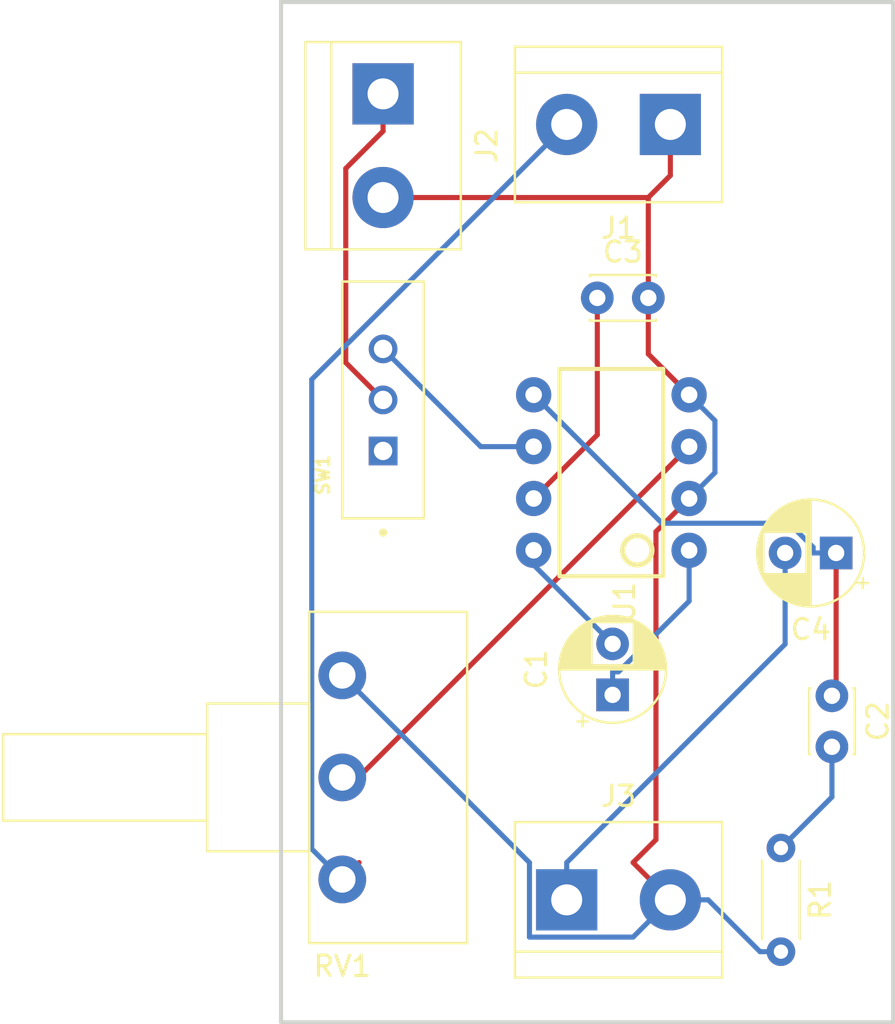
<source format=kicad_pcb>
(kicad_pcb (version 20221018) (generator pcbnew)
  (layers (0 "F.Cu" signal) (31 "B.Cu" signal) (34 "B.Paste" user) (35 "F.Paste" user) (36 "B.SilkS" user "B.Silkscreen") (37 "F.SilkS" user "F.Silkscreen") (38 "B.Mask" user) (39 "F.Mask" user) (44 "Edge.Cuts" user))
  (net 0 "")
  (net 1 "Net-(C1-Pad1)")
  (net 2 "Net-(C1-Pad2)")
  (net 3 "Net-(C2-Pad1)")
  (net 4 "Net-(C2-Pad2)")
  (net 5 "Net-(U1-BYPASS)")
  (net 6 "GND")
  (net 7 "Net-(J3-Pin_1)")
  (net 8 "Net-(J1-Pin_2)")
  (net 9 "Net-(U1-+)")
  (net 11 "Net-(SW1-C)")
  (net 12 "Net-(J2-Pin_1)")
  (footprint "Símbolos:SW_MINI-SPDT-SW" (layer "F.Cu") (at 99.5 82.5 90)
    (fp_text reference "SW1" (at -3.683 -2.9464 90) (layer "F.SilkS") (effects (font (size 0.64 0.64))))
    (fp_text value "SW_SPDT")
    (fp_line (start -5.8 -2) (end -5.8 2) (stroke (width 0.127)) (layer "F.SilkS"))
    (fp_line (start -5.8 2) (end 5.8 2) (stroke (width 0.127)) (layer "F.SilkS"))
    (fp_line (start 5.8 -2) (end -5.8 -2) (stroke (width 0.127)) (layer "F.SilkS"))
    (fp_line (start 5.8 2) (end 5.8 -2) (stroke (width 0.127)) (layer "F.SilkS"))
    (fp_circle (center -6.5 0) (end -6.4 0) (stroke (width 0.2)) (fill none) (layer "F.SilkS"))
    (pad "1" thru_hole rect (at -2.5 0 90) (size 1.408 1.408) (drill 0.9) (layers "*.Cu" "*.Mask"))
    (pad "2" thru_hole circle (at 0 0 90) (size 1.408 1.408) (drill 0.9) (layers "*.Cu" "*.Mask") (net 12 "Net-(J2-Pin_1)"))
    (pad "3" thru_hole circle (at 2.5 0 90) (size 1.408 1.408) (drill 0.9) (layers "*.Cu" "*.Mask") (net 11 "Net-(SW1-C)"))
  )
  (footprint "TerminalBlock:TerminalBlock_bornier-2_P5.08mm" (layer "F.Cu") (at 108.5 107)
    (fp_text reference "J3" (at 2.54 -5.08) (layer "F.SilkS"))
    (fp_text value "salida Audio")
    (fp_line (start -2.54 -3.81) (end -2.54 3.81) (stroke (width 0.12)) (layer "F.SilkS"))
    (fp_line (start -2.54 3.81) (end 7.62 3.81) (stroke (width 0.12)) (layer "F.SilkS"))
    (fp_line (start 7.62 -3.81) (end -2.54 -3.81) (stroke (width 0.12)) (layer "F.SilkS"))
    (fp_line (start 7.62 2.54) (end -2.54 2.54) (stroke (width 0.12)) (layer "F.SilkS"))
    (fp_line (start 7.62 3.81) (end 7.62 -3.81) (stroke (width 0.12)) (layer "F.SilkS"))
    (pad "1" thru_hole rect (at 0 0) (size 3 3) (drill 1.52) (layers "*.Cu" "*.Mask") (net 7 "Net-(J3-Pin_1)"))
    (pad "2" thru_hole circle (at 5.08 0) (size 3 3) (drill 1.52) (layers "*.Cu" "*.Mask") (net 6 "GND"))
  )
  (footprint "Capacitor_THT:C_Disc_D3.0mm_W2.0mm_P2.50mm" (layer "F.Cu") (at 121.5 97 -90)
    (fp_text reference "C2" (at 1.25 -2.25 90) (layer "F.SilkS"))
    (fp_text value "47nf")
    (fp_line (start -0.37 -1.12) (end -0.37 -1.055) (stroke (width 0.12)) (layer "F.SilkS"))
    (fp_line (start -0.37 -1.12) (end 2.87 -1.12) (stroke (width 0.12)) (layer "F.SilkS"))
    (fp_line (start -0.37 1.055) (end -0.37 1.12) (stroke (width 0.12)) (layer "F.SilkS"))
    (fp_line (start -0.37 1.12) (end 2.87 1.12) (stroke (width 0.12)) (layer "F.SilkS"))
    (fp_line (start 2.87 -1.12) (end 2.87 -1.055) (stroke (width 0.12)) (layer "F.SilkS"))
    (fp_line (start 2.87 1.055) (end 2.87 1.12) (stroke (width 0.12)) (layer "F.SilkS"))
    (pad "1" thru_hole circle (at 0 0 270) (size 1.6 1.6) (drill 0.8) (layers "*.Cu" "*.Mask") (net 3 "Net-(C2-Pad1)"))
    (pad "2" thru_hole circle (at 2.5 0 270) (size 1.6 1.6) (drill 0.8) (layers "*.Cu" "*.Mask") (net 4 "Net-(C2-Pad2)"))
  )
  (footprint "Capacitor_THT:CP_Radial_D5.0mm_P2.50mm" (layer "F.Cu") (at 110.75 96.9551 90)
    (fp_text reference "C1" (at 1.25 -3.75 90) (layer "F.SilkS"))
    (fp_text value "10uf")
    (fp_line (start -1.554775 -1.475) (end -1.054775 -1.475) (stroke (width 0.12)) (layer "F.SilkS"))
    (fp_line (start -1.304775 -1.725) (end -1.304775 -1.225) (stroke (width 0.12)) (layer "F.SilkS"))
    (fp_line (start 1.25 -2.58) (end 1.25 2.58) (stroke (width 0.12)) (layer "F.SilkS"))
    (fp_line (start 1.29 -2.58) (end 1.29 2.58) (stroke (width 0.12)) (layer "F.SilkS"))
    (fp_line (start 1.33 -2.579) (end 1.33 2.579) (stroke (width 0.12)) (layer "F.SilkS"))
    (fp_line (start 1.37 -2.578) (end 1.37 2.578) (stroke (width 0.12)) (layer "F.SilkS"))
    (fp_line (start 1.41 -2.576) (end 1.41 2.576) (stroke (width 0.12)) (layer "F.SilkS"))
    (fp_line (start 1.45 -2.573) (end 1.45 2.573) (stroke (width 0.12)) (layer "F.SilkS"))
    (fp_line (start 1.49 -2.569) (end 1.49 -1.04) (stroke (width 0.12)) (layer "F.SilkS"))
    (fp_line (start 1.49 1.04) (end 1.49 2.569) (stroke (width 0.12)) (layer "F.SilkS"))
    (fp_line (start 1.53 -2.565) (end 1.53 -1.04) (stroke (width 0.12)) (layer "F.SilkS"))
    (fp_line (start 1.53 1.04) (end 1.53 2.565) (stroke (width 0.12)) (layer "F.SilkS"))
    (fp_line (start 1.57 -2.561) (end 1.57 -1.04) (stroke (width 0.12)) (layer "F.SilkS"))
    (fp_line (start 1.57 1.04) (end 1.57 2.561) (stroke (width 0.12)) (layer "F.SilkS"))
    (fp_line (start 1.61 -2.556) (end 1.61 -1.04) (stroke (width 0.12)) (layer "F.SilkS"))
    (fp_line (start 1.61 1.04) (end 1.61 2.556) (stroke (width 0.12)) (layer "F.SilkS"))
    (fp_line (start 1.65 -2.55) (end 1.65 -1.04) (stroke (width 0.12)) (layer "F.SilkS"))
    (fp_line (start 1.65 1.04) (end 1.65 2.55) (stroke (width 0.12)) (layer "F.SilkS"))
    (fp_line (start 1.69 -2.543) (end 1.69 -1.04) (stroke (width 0.12)) (layer "F.SilkS"))
    (fp_line (start 1.69 1.04) (end 1.69 2.543) (stroke (width 0.12)) (layer "F.SilkS"))
    (fp_line (start 1.73 -2.536) (end 1.73 -1.04) (stroke (width 0.12)) (layer "F.SilkS"))
    (fp_line (start 1.73 1.04) (end 1.73 2.536) (stroke (width 0.12)) (layer "F.SilkS"))
    (fp_line (start 1.77 -2.528) (end 1.77 -1.04) (stroke (width 0.12)) (layer "F.SilkS"))
    (fp_line (start 1.77 1.04) (end 1.77 2.528) (stroke (width 0.12)) (layer "F.SilkS"))
    (fp_line (start 1.81 -2.52) (end 1.81 -1.04) (stroke (width 0.12)) (layer "F.SilkS"))
    (fp_line (start 1.81 1.04) (end 1.81 2.52) (stroke (width 0.12)) (layer "F.SilkS"))
    (fp_line (start 1.85 -2.511) (end 1.85 -1.04) (stroke (width 0.12)) (layer "F.SilkS"))
    (fp_line (start 1.85 1.04) (end 1.85 2.511) (stroke (width 0.12)) (layer "F.SilkS"))
    (fp_line (start 1.89 -2.501) (end 1.89 -1.04) (stroke (width 0.12)) (layer "F.SilkS"))
    (fp_line (start 1.89 1.04) (end 1.89 2.501) (stroke (width 0.12)) (layer "F.SilkS"))
    (fp_line (start 1.93 -2.491) (end 1.93 -1.04) (stroke (width 0.12)) (layer "F.SilkS"))
    (fp_line (start 1.93 1.04) (end 1.93 2.491) (stroke (width 0.12)) (layer "F.SilkS"))
    (fp_line (start 1.971 -2.48) (end 1.971 -1.04) (stroke (width 0.12)) (layer "F.SilkS"))
    (fp_line (start 1.971 1.04) (end 1.971 2.48) (stroke (width 0.12)) (layer "F.SilkS"))
    (fp_line (start 2.011 -2.468) (end 2.011 -1.04) (stroke (width 0.12)) (layer "F.SilkS"))
    (fp_line (start 2.011 1.04) (end 2.011 2.468) (stroke (width 0.12)) (layer "F.SilkS"))
    (fp_line (start 2.051 -2.455) (end 2.051 -1.04) (stroke (width 0.12)) (layer "F.SilkS"))
    (fp_line (start 2.051 1.04) (end 2.051 2.455) (stroke (width 0.12)) (layer "F.SilkS"))
    (fp_line (start 2.091 -2.442) (end 2.091 -1.04) (stroke (width 0.12)) (layer "F.SilkS"))
    (fp_line (start 2.091 1.04) (end 2.091 2.442) (stroke (width 0.12)) (layer "F.SilkS"))
    (fp_line (start 2.131 -2.428) (end 2.131 -1.04) (stroke (width 0.12)) (layer "F.SilkS"))
    (fp_line (start 2.131 1.04) (end 2.131 2.428) (stroke (width 0.12)) (layer "F.SilkS"))
    (fp_line (start 2.171 -2.414) (end 2.171 -1.04) (stroke (width 0.12)) (layer "F.SilkS"))
    (fp_line (start 2.171 1.04) (end 2.171 2.414) (stroke (width 0.12)) (layer "F.SilkS"))
    (fp_line (start 2.211 -2.398) (end 2.211 -1.04) (stroke (width 0.12)) (layer "F.SilkS"))
    (fp_line (start 2.211 1.04) (end 2.211 2.398) (stroke (width 0.12)) (layer "F.SilkS"))
    (fp_line (start 2.251 -2.382) (end 2.251 -1.04) (stroke (width 0.12)) (layer "F.SilkS"))
    (fp_line (start 2.251 1.04) (end 2.251 2.382) (stroke (width 0.12)) (layer "F.SilkS"))
    (fp_line (start 2.291 -2.365) (end 2.291 -1.04) (stroke (width 0.12)) (layer "F.SilkS"))
    (fp_line (start 2.291 1.04) (end 2.291 2.365) (stroke (width 0.12)) (layer "F.SilkS"))
    (fp_line (start 2.331 -2.348) (end 2.331 -1.04) (stroke (width 0.12)) (layer "F.SilkS"))
    (fp_line (start 2.331 1.04) (end 2.331 2.348) (stroke (width 0.12)) (layer "F.SilkS"))
    (fp_line (start 2.371 -2.329) (end 2.371 -1.04) (stroke (width 0.12)) (layer "F.SilkS"))
    (fp_line (start 2.371 1.04) (end 2.371 2.329) (stroke (width 0.12)) (layer "F.SilkS"))
    (fp_line (start 2.411 -2.31) (end 2.411 -1.04) (stroke (width 0.12)) (layer "F.SilkS"))
    (fp_line (start 2.411 1.04) (end 2.411 2.31) (stroke (width 0.12)) (layer "F.SilkS"))
    (fp_line (start 2.451 -2.29) (end 2.451 -1.04) (stroke (width 0.12)) (layer "F.SilkS"))
    (fp_line (start 2.451 1.04) (end 2.451 2.29) (stroke (width 0.12)) (layer "F.SilkS"))
    (fp_line (start 2.491 -2.268) (end 2.491 -1.04) (stroke (width 0.12)) (layer "F.SilkS"))
    (fp_line (start 2.491 1.04) (end 2.491 2.268) (stroke (width 0.12)) (layer "F.SilkS"))
    (fp_line (start 2.531 -2.247) (end 2.531 -1.04) (stroke (width 0.12)) (layer "F.SilkS"))
    (fp_line (start 2.531 1.04) (end 2.531 2.247) (stroke (width 0.12)) (layer "F.SilkS"))
    (fp_line (start 2.571 -2.224) (end 2.571 -1.04) (stroke (width 0.12)) (layer "F.SilkS"))
    (fp_line (start 2.571 1.04) (end 2.571 2.224) (stroke (width 0.12)) (layer "F.SilkS"))
    (fp_line (start 2.611 -2.2) (end 2.611 -1.04) (stroke (width 0.12)) (layer "F.SilkS"))
    (fp_line (start 2.611 1.04) (end 2.611 2.2) (stroke (width 0.12)) (layer "F.SilkS"))
    (fp_line (start 2.651 -2.175) (end 2.651 -1.04) (stroke (width 0.12)) (layer "F.SilkS"))
    (fp_line (start 2.651 1.04) (end 2.651 2.175) (stroke (width 0.12)) (layer "F.SilkS"))
    (fp_line (start 2.691 -2.149) (end 2.691 -1.04) (stroke (width 0.12)) (layer "F.SilkS"))
    (fp_line (start 2.691 1.04) (end 2.691 2.149) (stroke (width 0.12)) (layer "F.SilkS"))
    (fp_line (start 2.731 -2.122) (end 2.731 -1.04) (stroke (width 0.12)) (layer "F.SilkS"))
    (fp_line (start 2.731 1.04) (end 2.731 2.122) (stroke (width 0.12)) (layer "F.SilkS"))
    (fp_line (start 2.771 -2.095) (end 2.771 -1.04) (stroke (width 0.12)) (layer "F.SilkS"))
    (fp_line (start 2.771 1.04) (end 2.771 2.095) (stroke (width 0.12)) (layer "F.SilkS"))
    (fp_line (start 2.811 -2.065) (end 2.811 -1.04) (stroke (width 0.12)) (layer "F.SilkS"))
    (fp_line (start 2.811 1.04) (end 2.811 2.065) (stroke (width 0.12)) (layer "F.SilkS"))
    (fp_line (start 2.851 -2.035) (end 2.851 -1.04) (stroke (width 0.12)) (layer "F.SilkS"))
    (fp_line (start 2.851 1.04) (end 2.851 2.035) (stroke (width 0.12)) (layer "F.SilkS"))
    (fp_line (start 2.891 -2.004) (end 2.891 -1.04) (stroke (width 0.12)) (layer "F.SilkS"))
    (fp_line (start 2.891 1.04) (end 2.891 2.004) (stroke (width 0.12)) (layer "F.SilkS"))
    (fp_line (start 2.931 -1.971) (end 2.931 -1.04) (stroke (width 0.12)) (layer "F.SilkS"))
    (fp_line (start 2.931 1.04) (end 2.931 1.971) (stroke (width 0.12)) (layer "F.SilkS"))
    (fp_line (start 2.971 -1.937) (end 2.971 -1.04) (stroke (width 0.12)) (layer "F.SilkS"))
    (fp_line (start 2.971 1.04) (end 2.971 1.937) (stroke (width 0.12)) (layer "F.SilkS"))
    (fp_line (start 3.011 -1.901) (end 3.011 -1.04) (stroke (width 0.12)) (layer "F.SilkS"))
    (fp_line (start 3.011 1.04) (end 3.011 1.901) (stroke (width 0.12)) (layer "F.SilkS"))
    (fp_line (start 3.051 -1.864) (end 3.051 -1.04) (stroke (width 0.12)) (layer "F.SilkS"))
    (fp_line (start 3.051 1.04) (end 3.051 1.864) (stroke (width 0.12)) (layer "F.SilkS"))
    (fp_line (start 3.091 -1.826) (end 3.091 -1.04) (stroke (width 0.12)) (layer "F.SilkS"))
    (fp_line (start 3.091 1.04) (end 3.091 1.826) (stroke (width 0.12)) (layer "F.SilkS"))
    (fp_line (start 3.131 -1.785) (end 3.131 -1.04) (stroke (width 0.12)) (layer "F.SilkS"))
    (fp_line (start 3.131 1.04) (end 3.131 1.785) (stroke (width 0.12)) (layer "F.SilkS"))
    (fp_line (start 3.171 -1.743) (end 3.171 -1.04) (stroke (width 0.12)) (layer "F.SilkS"))
    (fp_line (start 3.171 1.04) (end 3.171 1.743) (stroke (width 0.12)) (layer "F.SilkS"))
    (fp_line (start 3.211 -1.699) (end 3.211 -1.04) (stroke (width 0.12)) (layer "F.SilkS"))
    (fp_line (start 3.211 1.04) (end 3.211 1.699) (stroke (width 0.12)) (layer "F.SilkS"))
    (fp_line (start 3.251 -1.653) (end 3.251 -1.04) (stroke (width 0.12)) (layer "F.SilkS"))
    (fp_line (start 3.251 1.04) (end 3.251 1.653) (stroke (width 0.12)) (layer "F.SilkS"))
    (fp_line (start 3.291 -1.605) (end 3.291 -1.04) (stroke (width 0.12)) (layer "F.SilkS"))
    (fp_line (start 3.291 1.04) (end 3.291 1.605) (stroke (width 0.12)) (layer "F.SilkS"))
    (fp_line (start 3.331 -1.554) (end 3.331 -1.04) (stroke (width 0.12)) (layer "F.SilkS"))
    (fp_line (start 3.331 1.04) (end 3.331 1.554) (stroke (width 0.12)) (layer "F.SilkS"))
    (fp_line (start 3.371 -1.5) (end 3.371 -1.04) (stroke (width 0.12)) (layer "F.SilkS"))
    (fp_line (start 3.371 1.04) (end 3.371 1.5) (stroke (width 0.12)) (layer "F.SilkS"))
    (fp_line (start 3.411 -1.443) (end 3.411 -1.04) (stroke (width 0.12)) (layer "F.SilkS"))
    (fp_line (start 3.411 1.04) (end 3.411 1.443) (stroke (width 0.12)) (layer "F.SilkS"))
    (fp_line (start 3.451 -1.383) (end 3.451 -1.04) (stroke (width 0.12)) (layer "F.SilkS"))
    (fp_line (start 3.451 1.04) (end 3.451 1.383) (stroke (width 0.12)) (layer "F.SilkS"))
    (fp_line (start 3.491 -1.319) (end 3.491 -1.04) (stroke (width 0.12)) (layer "F.SilkS"))
    (fp_line (start 3.491 1.04) (end 3.491 1.319) (stroke (width 0.12)) (layer "F.SilkS"))
    (fp_line (start 3.531 -1.251) (end 3.531 -1.04) (stroke (width 0.12)) (layer "F.SilkS"))
    (fp_line (start 3.531 1.04) (end 3.531 1.251) (stroke (width 0.12)) (layer "F.SilkS"))
    (fp_line (start 3.571 -1.178) (end 3.571 1.178) (stroke (width 0.12)) (layer "F.SilkS"))
    (fp_line (start 3.611 -1.098) (end 3.611 1.098) (stroke (width 0.12)) (layer "F.SilkS"))
    (fp_line (start 3.651 -1.011) (end 3.651 1.011) (stroke (width 0.12)) (layer "F.SilkS"))
    (fp_line (start 3.691 -0.915) (end 3.691 0.915) (stroke (width 0.12)) (layer "F.SilkS"))
    (fp_line (start 3.731 -0.805) (end 3.731 0.805) (stroke (width 0.12)) (layer "F.SilkS"))
    (fp_line (start 3.771 -0.677) (end 3.771 0.677) (stroke (width 0.12)) (layer "F.SilkS"))
    (fp_line (start 3.811 -0.518) (end 3.811 0.518) (stroke (width 0.12)) (layer "F.SilkS"))
    (fp_line (start 3.851 -0.284) (end 3.851 0.284) (stroke (width 0.12)) (layer "F.SilkS"))
    (fp_circle (center 1.25 0) (end 3.87 0) (stroke (width 0.12)) (fill none) (layer "F.SilkS"))
    (pad "1" thru_hole rect (at 0 0 90) (size 1.6 1.6) (drill 0.8) (layers "*.Cu" "*.Mask") (net 1 "Net-(C1-Pad1)"))
    (pad "2" thru_hole circle (at 2.5 0 90) (size 1.6 1.6) (drill 0.8) (layers "*.Cu" "*.Mask") (net 2 "Net-(C1-Pad2)"))
  )
  (footprint "Capacitor_THT:CP_Radial_D5.0mm_P2.50mm" (layer "F.Cu") (at 121.7051 90 180)
    (fp_text reference "C4" (at 1.25 -3.75 180) (layer "F.SilkS"))
    (fp_text value "220uf")
    (fp_line (start -1.554775 -1.475) (end -1.054775 -1.475) (stroke (width 0.12)) (layer "F.SilkS"))
    (fp_line (start -1.304775 -1.725) (end -1.304775 -1.225) (stroke (width 0.12)) (layer "F.SilkS"))
    (fp_line (start 1.25 -2.58) (end 1.25 2.58) (stroke (width 0.12)) (layer "F.SilkS"))
    (fp_line (start 1.29 -2.58) (end 1.29 2.58) (stroke (width 0.12)) (layer "F.SilkS"))
    (fp_line (start 1.33 -2.579) (end 1.33 2.579) (stroke (width 0.12)) (layer "F.SilkS"))
    (fp_line (start 1.37 -2.578) (end 1.37 2.578) (stroke (width 0.12)) (layer "F.SilkS"))
    (fp_line (start 1.41 -2.576) (end 1.41 2.576) (stroke (width 0.12)) (layer "F.SilkS"))
    (fp_line (start 1.45 -2.573) (end 1.45 2.573) (stroke (width 0.12)) (layer "F.SilkS"))
    (fp_line (start 1.49 -2.569) (end 1.49 -1.04) (stroke (width 0.12)) (layer "F.SilkS"))
    (fp_line (start 1.49 1.04) (end 1.49 2.569) (stroke (width 0.12)) (layer "F.SilkS"))
    (fp_line (start 1.53 -2.565) (end 1.53 -1.04) (stroke (width 0.12)) (layer "F.SilkS"))
    (fp_line (start 1.53 1.04) (end 1.53 2.565) (stroke (width 0.12)) (layer "F.SilkS"))
    (fp_line (start 1.57 -2.561) (end 1.57 -1.04) (stroke (width 0.12)) (layer "F.SilkS"))
    (fp_line (start 1.57 1.04) (end 1.57 2.561) (stroke (width 0.12)) (layer "F.SilkS"))
    (fp_line (start 1.61 -2.556) (end 1.61 -1.04) (stroke (width 0.12)) (layer "F.SilkS"))
    (fp_line (start 1.61 1.04) (end 1.61 2.556) (stroke (width 0.12)) (layer "F.SilkS"))
    (fp_line (start 1.65 -2.55) (end 1.65 -1.04) (stroke (width 0.12)) (layer "F.SilkS"))
    (fp_line (start 1.65 1.04) (end 1.65 2.55) (stroke (width 0.12)) (layer "F.SilkS"))
    (fp_line (start 1.69 -2.543) (end 1.69 -1.04) (stroke (width 0.12)) (layer "F.SilkS"))
    (fp_line (start 1.69 1.04) (end 1.69 2.543) (stroke (width 0.12)) (layer "F.SilkS"))
    (fp_line (start 1.73 -2.536) (end 1.73 -1.04) (stroke (width 0.12)) (layer "F.SilkS"))
    (fp_line (start 1.73 1.04) (end 1.73 2.536) (stroke (width 0.12)) (layer "F.SilkS"))
    (fp_line (start 1.77 -2.528) (end 1.77 -1.04) (stroke (width 0.12)) (layer "F.SilkS"))
    (fp_line (start 1.77 1.04) (end 1.77 2.528) (stroke (width 0.12)) (layer "F.SilkS"))
    (fp_line (start 1.81 -2.52) (end 1.81 -1.04) (stroke (width 0.12)) (layer "F.SilkS"))
    (fp_line (start 1.81 1.04) (end 1.81 2.52) (stroke (width 0.12)) (layer "F.SilkS"))
    (fp_line (start 1.85 -2.511) (end 1.85 -1.04) (stroke (width 0.12)) (layer "F.SilkS"))
    (fp_line (start 1.85 1.04) (end 1.85 2.511) (stroke (width 0.12)) (layer "F.SilkS"))
    (fp_line (start 1.89 -2.501) (end 1.89 -1.04) (stroke (width 0.12)) (layer "F.SilkS"))
    (fp_line (start 1.89 1.04) (end 1.89 2.501) (stroke (width 0.12)) (layer "F.SilkS"))
    (fp_line (start 1.93 -2.491) (end 1.93 -1.04) (stroke (width 0.12)) (layer "F.SilkS"))
    (fp_line (start 1.93 1.04) (end 1.93 2.491) (stroke (width 0.12)) (layer "F.SilkS"))
    (fp_line (start 1.971 -2.48) (end 1.971 -1.04) (stroke (width 0.12)) (layer "F.SilkS"))
    (fp_line (start 1.971 1.04) (end 1.971 2.48) (stroke (width 0.12)) (layer "F.SilkS"))
    (fp_line (start 2.011 -2.468) (end 2.011 -1.04) (stroke (width 0.12)) (layer "F.SilkS"))
    (fp_line (start 2.011 1.04) (end 2.011 2.468) (stroke (width 0.12)) (layer "F.SilkS"))
    (fp_line (start 2.051 -2.455) (end 2.051 -1.04) (stroke (width 0.12)) (layer "F.SilkS"))
    (fp_line (start 2.051 1.04) (end 2.051 2.455) (stroke (width 0.12)) (layer "F.SilkS"))
    (fp_line (start 2.091 -2.442) (end 2.091 -1.04) (stroke (width 0.12)) (layer "F.SilkS"))
    (fp_line (start 2.091 1.04) (end 2.091 2.442) (stroke (width 0.12)) (layer "F.SilkS"))
    (fp_line (start 2.131 -2.428) (end 2.131 -1.04) (stroke (width 0.12)) (layer "F.SilkS"))
    (fp_line (start 2.131 1.04) (end 2.131 2.428) (stroke (width 0.12)) (layer "F.SilkS"))
    (fp_line (start 2.171 -2.414) (end 2.171 -1.04) (stroke (width 0.12)) (layer "F.SilkS"))
    (fp_line (start 2.171 1.04) (end 2.171 2.414) (stroke (width 0.12)) (layer "F.SilkS"))
    (fp_line (start 2.211 -2.398) (end 2.211 -1.04) (stroke (width 0.12)) (layer "F.SilkS"))
    (fp_line (start 2.211 1.04) (end 2.211 2.398) (stroke (width 0.12)) (layer "F.SilkS"))
    (fp_line (start 2.251 -2.382) (end 2.251 -1.04) (stroke (width 0.12)) (layer "F.SilkS"))
    (fp_line (start 2.251 1.04) (end 2.251 2.382) (stroke (width 0.12)) (layer "F.SilkS"))
    (fp_line (start 2.291 -2.365) (end 2.291 -1.04) (stroke (width 0.12)) (layer "F.SilkS"))
    (fp_line (start 2.291 1.04) (end 2.291 2.365) (stroke (width 0.12)) (layer "F.SilkS"))
    (fp_line (start 2.331 -2.348) (end 2.331 -1.04) (stroke (width 0.12)) (layer "F.SilkS"))
    (fp_line (start 2.331 1.04) (end 2.331 2.348) (stroke (width 0.12)) (layer "F.SilkS"))
    (fp_line (start 2.371 -2.329) (end 2.371 -1.04) (stroke (width 0.12)) (layer "F.SilkS"))
    (fp_line (start 2.371 1.04) (end 2.371 2.329) (stroke (width 0.12)) (layer "F.SilkS"))
    (fp_line (start 2.411 -2.31) (end 2.411 -1.04) (stroke (width 0.12)) (layer "F.SilkS"))
    (fp_line (start 2.411 1.04) (end 2.411 2.31) (stroke (width 0.12)) (layer "F.SilkS"))
    (fp_line (start 2.451 -2.29) (end 2.451 -1.04) (stroke (width 0.12)) (layer "F.SilkS"))
    (fp_line (start 2.451 1.04) (end 2.451 2.29) (stroke (width 0.12)) (layer "F.SilkS"))
    (fp_line (start 2.491 -2.268) (end 2.491 -1.04) (stroke (width 0.12)) (layer "F.SilkS"))
    (fp_line (start 2.491 1.04) (end 2.491 2.268) (stroke (width 0.12)) (layer "F.SilkS"))
    (fp_line (start 2.531 -2.247) (end 2.531 -1.04) (stroke (width 0.12)) (layer "F.SilkS"))
    (fp_line (start 2.531 1.04) (end 2.531 2.247) (stroke (width 0.12)) (layer "F.SilkS"))
    (fp_line (start 2.571 -2.224) (end 2.571 -1.04) (stroke (width 0.12)) (layer "F.SilkS"))
    (fp_line (start 2.571 1.04) (end 2.571 2.224) (stroke (width 0.12)) (layer "F.SilkS"))
    (fp_line (start 2.611 -2.2) (end 2.611 -1.04) (stroke (width 0.12)) (layer "F.SilkS"))
    (fp_line (start 2.611 1.04) (end 2.611 2.2) (stroke (width 0.12)) (layer "F.SilkS"))
    (fp_line (start 2.651 -2.175) (end 2.651 -1.04) (stroke (width 0.12)) (layer "F.SilkS"))
    (fp_line (start 2.651 1.04) (end 2.651 2.175) (stroke (width 0.12)) (layer "F.SilkS"))
    (fp_line (start 2.691 -2.149) (end 2.691 -1.04) (stroke (width 0.12)) (layer "F.SilkS"))
    (fp_line (start 2.691 1.04) (end 2.691 2.149) (stroke (width 0.12)) (layer "F.SilkS"))
    (fp_line (start 2.731 -2.122) (end 2.731 -1.04) (stroke (width 0.12)) (layer "F.SilkS"))
    (fp_line (start 2.731 1.04) (end 2.731 2.122) (stroke (width 0.12)) (layer "F.SilkS"))
    (fp_line (start 2.771 -2.095) (end 2.771 -1.04) (stroke (width 0.12)) (layer "F.SilkS"))
    (fp_line (start 2.771 1.04) (end 2.771 2.095) (stroke (width 0.12)) (layer "F.SilkS"))
    (fp_line (start 2.811 -2.065) (end 2.811 -1.04) (stroke (width 0.12)) (layer "F.SilkS"))
    (fp_line (start 2.811 1.04) (end 2.811 2.065) (stroke (width 0.12)) (layer "F.SilkS"))
    (fp_line (start 2.851 -2.035) (end 2.851 -1.04) (stroke (width 0.12)) (layer "F.SilkS"))
    (fp_line (start 2.851 1.04) (end 2.851 2.035) (stroke (width 0.12)) (layer "F.SilkS"))
    (fp_line (start 2.891 -2.004) (end 2.891 -1.04) (stroke (width 0.12)) (layer "F.SilkS"))
    (fp_line (start 2.891 1.04) (end 2.891 2.004) (stroke (width 0.12)) (layer "F.SilkS"))
    (fp_line (start 2.931 -1.971) (end 2.931 -1.04) (stroke (width 0.12)) (layer "F.SilkS"))
    (fp_line (start 2.931 1.04) (end 2.931 1.971) (stroke (width 0.12)) (layer "F.SilkS"))
    (fp_line (start 2.971 -1.937) (end 2.971 -1.04) (stroke (width 0.12)) (layer "F.SilkS"))
    (fp_line (start 2.971 1.04) (end 2.971 1.937) (stroke (width 0.12)) (layer "F.SilkS"))
    (fp_line (start 3.011 -1.901) (end 3.011 -1.04) (stroke (width 0.12)) (layer "F.SilkS"))
    (fp_line (start 3.011 1.04) (end 3.011 1.901) (stroke (width 0.12)) (layer "F.SilkS"))
    (fp_line (start 3.051 -1.864) (end 3.051 -1.04) (stroke (width 0.12)) (layer "F.SilkS"))
    (fp_line (start 3.051 1.04) (end 3.051 1.864) (stroke (width 0.12)) (layer "F.SilkS"))
    (fp_line (start 3.091 -1.826) (end 3.091 -1.04) (stroke (width 0.12)) (layer "F.SilkS"))
    (fp_line (start 3.091 1.04) (end 3.091 1.826) (stroke (width 0.12)) (layer "F.SilkS"))
    (fp_line (start 3.131 -1.785) (end 3.131 -1.04) (stroke (width 0.12)) (layer "F.SilkS"))
    (fp_line (start 3.131 1.04) (end 3.131 1.785) (stroke (width 0.12)) (layer "F.SilkS"))
    (fp_line (start 3.171 -1.743) (end 3.171 -1.04) (stroke (width 0.12)) (layer "F.SilkS"))
    (fp_line (start 3.171 1.04) (end 3.171 1.743) (stroke (width 0.12)) (layer "F.SilkS"))
    (fp_line (start 3.211 -1.699) (end 3.211 -1.04) (stroke (width 0.12)) (layer "F.SilkS"))
    (fp_line (start 3.211 1.04) (end 3.211 1.699) (stroke (width 0.12)) (layer "F.SilkS"))
    (fp_line (start 3.251 -1.653) (end 3.251 -1.04) (stroke (width 0.12)) (layer "F.SilkS"))
    (fp_line (start 3.251 1.04) (end 3.251 1.653) (stroke (width 0.12)) (layer "F.SilkS"))
    (fp_line (start 3.291 -1.605) (end 3.291 -1.04) (stroke (width 0.12)) (layer "F.SilkS"))
    (fp_line (start 3.291 1.04) (end 3.291 1.605) (stroke (width 0.12)) (layer "F.SilkS"))
    (fp_line (start 3.331 -1.554) (end 3.331 -1.04) (stroke (width 0.12)) (layer "F.SilkS"))
    (fp_line (start 3.331 1.04) (end 3.331 1.554) (stroke (width 0.12)) (layer "F.SilkS"))
    (fp_line (start 3.371 -1.5) (end 3.371 -1.04) (stroke (width 0.12)) (layer "F.SilkS"))
    (fp_line (start 3.371 1.04) (end 3.371 1.5) (stroke (width 0.12)) (layer "F.SilkS"))
    (fp_line (start 3.411 -1.443) (end 3.411 -1.04) (stroke (width 0.12)) (layer "F.SilkS"))
    (fp_line (start 3.411 1.04) (end 3.411 1.443) (stroke (width 0.12)) (layer "F.SilkS"))
    (fp_line (start 3.451 -1.383) (end 3.451 -1.04) (stroke (width 0.12)) (layer "F.SilkS"))
    (fp_line (start 3.451 1.04) (end 3.451 1.383) (stroke (width 0.12)) (layer "F.SilkS"))
    (fp_line (start 3.491 -1.319) (end 3.491 -1.04) (stroke (width 0.12)) (layer "F.SilkS"))
    (fp_line (start 3.491 1.04) (end 3.491 1.319) (stroke (width 0.12)) (layer "F.SilkS"))
    (fp_line (start 3.531 -1.251) (end 3.531 -1.04) (stroke (width 0.12)) (layer "F.SilkS"))
    (fp_line (start 3.531 1.04) (end 3.531 1.251) (stroke (width 0.12)) (layer "F.SilkS"))
    (fp_line (start 3.571 -1.178) (end 3.571 1.178) (stroke (width 0.12)) (layer "F.SilkS"))
    (fp_line (start 3.611 -1.098) (end 3.611 1.098) (stroke (width 0.12)) (layer "F.SilkS"))
    (fp_line (start 3.651 -1.011) (end 3.651 1.011) (stroke (width 0.12)) (layer "F.SilkS"))
    (fp_line (start 3.691 -0.915) (end 3.691 0.915) (stroke (width 0.12)) (layer "F.SilkS"))
    (fp_line (start 3.731 -0.805) (end 3.731 0.805) (stroke (width 0.12)) (layer "F.SilkS"))
    (fp_line (start 3.771 -0.677) (end 3.771 0.677) (stroke (width 0.12)) (layer "F.SilkS"))
    (fp_line (start 3.811 -0.518) (end 3.811 0.518) (stroke (width 0.12)) (layer "F.SilkS"))
    (fp_line (start 3.851 -0.284) (end 3.851 0.284) (stroke (width 0.12)) (layer "F.SilkS"))
    (fp_circle (center 1.25 0) (end 3.87 0) (stroke (width 0.12)) (fill none) (layer "F.SilkS"))
    (pad "1" thru_hole rect (at 0 0 180) (size 1.6 1.6) (drill 0.8) (layers "*.Cu" "*.Mask") (net 3 "Net-(C2-Pad1)"))
    (pad "2" thru_hole circle (at 2.5 0 180) (size 1.6 1.6) (drill 0.8) (layers "*.Cu" "*.Mask") (net 7 "Net-(J3-Pin_1)"))
  )
  (footprint "Capacitor_THT:C_Disc_D3.0mm_W2.0mm_P2.50mm" (layer "F.Cu") (at 110 77.5)
    (fp_text reference "C3" (at 1.25 -2.25) (layer "F.SilkS"))
    (fp_text value "100nf")
    (fp_line (start -0.37 -1.12) (end -0.37 -1.055) (stroke (width 0.12)) (layer "F.SilkS"))
    (fp_line (start -0.37 -1.12) (end 2.87 -1.12) (stroke (width 0.12)) (layer "F.SilkS"))
    (fp_line (start -0.37 1.055) (end -0.37 1.12) (stroke (width 0.12)) (layer "F.SilkS"))
    (fp_line (start -0.37 1.12) (end 2.87 1.12) (stroke (width 0.12)) (layer "F.SilkS"))
    (fp_line (start 2.87 -1.12) (end 2.87 -1.055) (stroke (width 0.12)) (layer "F.SilkS"))
    (fp_line (start 2.87 1.055) (end 2.87 1.12) (stroke (width 0.12)) (layer "F.SilkS"))
    (pad "1" thru_hole circle (at 0 0) (size 1.6 1.6) (drill 0.8) (layers "*.Cu" "*.Mask") (net 5 "Net-(U1-BYPASS)"))
    (pad "2" thru_hole circle (at 2.5 0) (size 1.6 1.6) (drill 0.8) (layers "*.Cu" "*.Mask") (net 6 "GND"))
  )
  (footprint "Símbolos:DIP08" (layer "F.Cu") (at 110.69 86.06 90)
    (fp_text reference "U1" (at -6.35929 0.63592 90) (layer "F.SilkS") (effects (font (size 1.001465 1.001465))))
    (fp_text value "LM386")
    (fp_line (start -5.08 -2.54) (end -5.08 1.524) (stroke (width 0.2032)) (layer "F.SilkS"))
    (fp_line (start -5.08 -2.54) (end 5.08 -2.54) (stroke (width 0.2032)) (layer "F.SilkS"))
    (fp_line (start -5.08 1.524) (end -5.08 1.016) (stroke (width 0.2032)) (layer "F.SilkS"))
    (fp_line (start -5.08 2.54) (end -5.08 1.524) (stroke (width 0.2032)) (layer "F.SilkS"))
    (fp_line (start -5.08 2.54) (end 5.08 2.54) (stroke (width 0.2032)) (layer "F.SilkS"))
    (fp_line (start 5.08 -2.54) (end 5.08 2.54) (stroke (width 0.2032)) (layer "F.SilkS"))
    (fp_circle (center -3.81 1.27) (end -3.0916 1.27) (stroke (width 0.254)) (fill none) (layer "F.SilkS"))
    (pad "1" thru_hole circle (at -3.81 3.81 90) (size 1.7272 1.7272) (drill 0.8128) (layers "*.Cu" "*.Mask") (net 1 "Net-(C1-Pad1)"))
    (pad "2" thru_hole circle (at -1.27 3.81 90) (size 1.7272 1.7272) (drill 0.8128) (layers "*.Cu" "*.Mask") (net 6 "GND"))
    (pad "3" thru_hole circle (at 1.27 3.81 90) (size 1.7272 1.7272) (drill 0.8128) (layers "*.Cu" "*.Mask") (net 9 "Net-(U1-+)"))
    (pad "4" thru_hole circle (at 3.81 3.81 90) (size 1.7272 1.7272) (drill 0.8128) (layers "*.Cu" "*.Mask") (net 6 "GND"))
    (pad "5" thru_hole circle (at 3.81 -3.81 90) (size 1.7272 1.7272) (drill 0.8128) (layers "*.Cu" "*.Mask") (net 3 "Net-(C2-Pad1)"))
    (pad "6" thru_hole circle (at 1.27 -3.81 90) (size 1.7272 1.7272) (drill 0.8128) (layers "*.Cu" "*.Mask") (net 11 "Net-(SW1-C)"))
    (pad "7" thru_hole circle (at -1.27 -3.81 90) (size 1.7272 1.7272) (drill 0.8128) (layers "*.Cu" "*.Mask") (net 5 "Net-(U1-BYPASS)"))
    (pad "8" thru_hole circle (at -3.81 -3.81 90) (size 1.7272 1.7272) (drill 0.8128) (layers "*.Cu" "*.Mask") (net 2 "Net-(C1-Pad2)"))
  )
  (footprint "TerminalBlock:TerminalBlock_bornier-2_P5.08mm" (layer "F.Cu") (at 99.5 67.5 -90)
    (fp_text reference "J2" (at 2.54 -5.08 90) (layer "F.SilkS"))
    (fp_text value "Batería")
    (fp_line (start -2.54 -3.81) (end -2.54 3.81) (stroke (width 0.12)) (layer "F.SilkS"))
    (fp_line (start -2.54 3.81) (end 7.62 3.81) (stroke (width 0.12)) (layer "F.SilkS"))
    (fp_line (start 7.62 -3.81) (end -2.54 -3.81) (stroke (width 0.12)) (layer "F.SilkS"))
    (fp_line (start 7.62 2.54) (end -2.54 2.54) (stroke (width 0.12)) (layer "F.SilkS"))
    (fp_line (start 7.62 3.81) (end 7.62 -3.81) (stroke (width 0.12)) (layer "F.SilkS"))
    (pad "1" thru_hole rect (at 0 0 270) (size 3 3) (drill 1.52) (layers "*.Cu" "*.Mask") (net 12 "Net-(J2-Pin_1)"))
    (pad "2" thru_hole circle (at 5.08 0 270) (size 3 3) (drill 1.52) (layers "*.Cu" "*.Mask") (net 6 "GND"))
  )
  (footprint "Potentiometer_THT:Potentiometer_Piher_T-16H_Single_Horizontal" (layer "F.Cu") (at 97.5 96 180)
    (fp_text reference "RV1" (at 0 -14.25 180) (layer "F.SilkS"))
    (fp_text value "10k")
    (fp_line (start -6.12 -13.12) (end -6.12 3.12) (stroke (width 0.12)) (layer "F.SilkS"))
    (fp_line (start -6.12 -13.12) (end 1.62 -13.12) (stroke (width 0.12)) (layer "F.SilkS"))
    (fp_line (start -6.12 3.12) (end 1.62 3.12) (stroke (width 0.12)) (layer "F.SilkS"))
    (fp_line (start 1.62 -13.12) (end 1.62 3.12) (stroke (width 0.12)) (layer "F.SilkS"))
    (fp_line (start 1.62 -8.62) (end 1.62 -1.38) (stroke (width 0.12)) (layer "F.SilkS"))
    (fp_line (start 1.62 -8.62) (end 6.62 -8.62) (stroke (width 0.12)) (layer "F.SilkS"))
    (fp_line (start 1.62 -1.38) (end 6.62 -1.38) (stroke (width 0.12)) (layer "F.SilkS"))
    (fp_line (start 6.62 -8.62) (end 6.62 -1.38) (stroke (width 0.12)) (layer "F.SilkS"))
    (fp_line (start 6.62 -7.12) (end 6.62 -2.88) (stroke (width 0.12)) (layer "F.SilkS"))
    (fp_line (start 6.62 -7.12) (end 16.62 -7.12) (stroke (width 0.12)) (layer "F.SilkS"))
    (fp_line (start 6.62 -2.88) (end 16.62 -2.88) (stroke (width 0.12)) (layer "F.SilkS"))
    (fp_line (start 16.62 -7.12) (end 16.62 -2.88) (stroke (width 0.12)) (layer "F.SilkS"))
    (pad "1" thru_hole circle (at 0 0 180) (size 2.34 2.34) (drill 1.3) (layers "*.Cu" "*.Mask") (net 6 "GND"))
    (pad "2" thru_hole circle (at 0 -5 180) (size 2.34 2.34) (drill 1.3) (layers "*.Cu" "*.Mask") (net 9 "Net-(U1-+)"))
    (pad "3" thru_hole circle (at 0 -10 180) (size 2.34 2.34) (drill 1.3) (layers "*.Cu" "*.Mask") (net 8 "Net-(J1-Pin_2)"))
  )
  (footprint "Resistor_THT:R_Axial_DIN0204_L3.6mm_D1.6mm_P5.08mm_Horizontal" (layer "F.Cu") (at 119 104.46 -90)
    (fp_text reference "R1" (at 2.54 -1.92 90) (layer "F.SilkS"))
    (fp_text value "10")
    (fp_line (start 0.62 -0.92) (end 4.46 -0.92) (stroke (width 0.12)) (layer "F.SilkS"))
    (fp_line (start 0.62 0.92) (end 4.46 0.92) (stroke (width 0.12)) (layer "F.SilkS"))
    (pad "1" thru_hole circle (at 0 0 270) (size 1.4 1.4) (drill 0.7) (layers "*.Cu" "*.Mask") (net 4 "Net-(C2-Pad2)"))
    (pad "2" thru_hole oval (at 5.08 0 270) (size 1.4 1.4) (drill 0.7) (layers "*.Cu" "*.Mask") (net 6 "GND"))
  )
  (footprint "TerminalBlock:TerminalBlock_bornier-2_P5.08mm" (layer "F.Cu") (at 113.58 69 180)
    (fp_text reference "J1" (at 2.54 -5.08) (layer "F.SilkS"))
    (fp_text value "entrada Audio")
    (fp_line (start -2.54 -3.81) (end -2.54 3.81) (stroke (width 0.12)) (layer "F.SilkS"))
    (fp_line (start -2.54 3.81) (end 7.62 3.81) (stroke (width 0.12)) (layer "F.SilkS"))
    (fp_line (start 7.62 -3.81) (end -2.54 -3.81) (stroke (width 0.12)) (layer "F.SilkS"))
    (fp_line (start 7.62 2.54) (end -2.54 2.54) (stroke (width 0.12)) (layer "F.SilkS"))
    (fp_line (start 7.62 3.81) (end 7.62 -3.81) (stroke (width 0.12)) (layer "F.SilkS"))
    (pad "1" thru_hole rect (at 0 0 180) (size 3 3) (drill 1.52) (layers "*.Cu" "*.Mask") (net 6 "GND"))
    (pad "2" thru_hole circle (at 5.08 0 180) (size 3 3) (drill 1.52) (layers "*.Cu" "*.Mask") (net 8 "Net-(J1-Pin_2)"))
  )
  (gr_rect (start 94.5 63) (end 124.5 113) (stroke (width 0.2)) (fill none) (layer "Edge.Cuts"))
  (segment (start 111.0317 95.8282) (end 110.75 95.8282) (width 0.25) (layer "B.Cu") (net 1))
  (segment (start 110.75 96.9551) (end 110.75 95.8282) (width 0.25) (layer "B.Cu") (net 1))
  (segment (start 114.5 89.87) (end 114.5 92.3599) (width 0.25) (layer "B.Cu") (net 1))
  (segment (start 114.5 92.3599) (end 111.0317 95.8282) (width 0.25) (layer "B.Cu") (net 1))
  (segment (start 106.88 90.5851) (end 110.75 94.4551) (width 0.25) (layer "B.Cu") (net 2))
  (segment (start 106.88 89.87) (end 106.88 90.5851) (width 0.25) (layer "B.Cu") (net 2))
  (segment (start 121.7051 96.7949) (end 121.7051 90) (width 0.25) (layer "F.Cu") (net 3))
  (segment (start 121.5 97) (end 121.7051 96.7949) (width 0.25) (layer "F.Cu") (net 3))
  (segment (start 106.88 82.25) (end 113.1732 88.5432) (width 0.25) (layer "B.Cu") (net 3))
  (segment (start 119.4031 88.5432) (end 120.5782 89.7183) (width 0.25) (layer "B.Cu") (net 3))
  (segment (start 120.5782 89.7183) (end 120.5782 90) (width 0.25) (layer "B.Cu") (net 3))
  (segment (start 121.7051 90) (end 120.5782 90) (width 0.25) (layer "B.Cu") (net 3))
  (segment (start 113.1732 88.5432) (end 119.4031 88.5432) (width 0.25) (layer "B.Cu") (net 3))
  (segment (start 121.5 101.96) (end 121.5 99.5) (width 0.25) (layer "B.Cu") (net 4))
  (segment (start 119 104.46) (end 121.5 101.96) (width 0.25) (layer "B.Cu") (net 4))
  (segment (start 110 84.21) (end 110 77.5) (width 0.25) (layer "F.Cu") (net 5))
  (segment (start 106.88 87.33) (end 110 84.21) (width 0.25) (layer "F.Cu") (net 5))
  (segment (start 112.5 77.5) (end 112.5 72.58) (width 0.25) (layer "F.Cu") (net 6))
  (segment (start 114.5 82.25) (end 112.5 80.25) (width 0.25) (layer "F.Cu") (net 6))
  (segment (start 112.8755 88.9545) (end 112.8755 104.0507) (width 0.25) (layer "F.Cu") (net 6))
  (segment (start 112.8755 104.0507) (end 111.7531 105.1731) (width 0.25) (layer "F.Cu") (net 6))
  (segment (start 112.5 72.58) (end 99.5 72.58) (width 0.25) (layer "F.Cu") (net 6))
  (segment (start 112.5 80.25) (end 112.5 77.5) (width 0.25) (layer "F.Cu") (net 6))
  (segment (start 114.5 87.33) (end 112.8755 88.9545) (width 0.25) (layer "F.Cu") (net 6))
  (segment (start 113.58 71.5) (end 112.5 72.58) (width 0.25) (layer "F.Cu") (net 6))
  (segment (start 113.58 69) (end 113.58 71.5) (width 0.25) (layer "F.Cu") (net 6))
  (segment (start 113.58 107) (end 111.7531 105.1731) (width 0.25) (layer "F.Cu") (net 6))
  (segment (start 97.5 96) (end 106.675 105.175) (width 0.25) (layer "B.Cu") (net 6))
  (segment (start 106.675 108.825) (end 111.755 108.825) (width 0.25) (layer "B.Cu") (net 6))
  (segment (start 115.7666 83.5166) (end 115.7666 86.0634) (width 0.25) (layer "B.Cu") (net 6))
  (segment (start 115.4331 107) (end 113.58 107) (width 0.25) (layer "B.Cu") (net 6))
  (segment (start 115.7666 86.0634) (end 114.5 87.33) (width 0.25) (layer "B.Cu") (net 6))
  (segment (start 119 109.54) (end 117.9731 109.54) (width 0.25) (layer "B.Cu") (net 6))
  (segment (start 117.9731 109.54) (end 115.4331 107) (width 0.25) (layer "B.Cu") (net 6))
  (segment (start 114.5 82.25) (end 115.7666 83.5166) (width 0.25) (layer "B.Cu") (net 6))
  (segment (start 106.675 105.175) (end 106.675 108.825) (width 0.25) (layer "B.Cu") (net 6))
  (segment (start 111.755 108.825) (end 113.58 107) (width 0.25) (layer "B.Cu") (net 6))
  (segment (start 108.5 105.1731) (end 119.2051 94.468) (width 0.25) (layer "B.Cu") (net 7))
  (segment (start 119.2051 94.468) (end 119.2051 90) (width 0.25) (layer "B.Cu") (net 7))
  (segment (start 108.5 107) (end 108.5 105.1731) (width 0.25) (layer "B.Cu") (net 7))
  (segment (start 98.3269 105.1731) (end 97.5 106) (width 0.25) (layer "F.Cu") (net 8))
  (segment (start 97.5 106) (end 96.005 104.505) (width 0.25) (layer "B.Cu") (net 8))
  (segment (start 96.005 81.495) (end 108.5 69) (width 0.25) (layer "B.Cu") (net 8))
  (segment (start 96.005 104.505) (end 96.005 81.495) (width 0.25) (layer "B.Cu") (net 8))
  (segment (start 114.5 84.79) (end 98.29 101) (width 0.25) (layer "F.Cu") (net 9))
  (segment (start 98.29 101) (end 97.5 101) (width 0.25) (layer "F.Cu") (net 9))
  (segment (start 99.5 80) (end 104.29 84.79) (width 0.25) (layer "B.Cu") (net 11))
  (segment (start 104.29 84.79) (end 106.88 84.79) (width 0.25) (layer "B.Cu") (net 11))
  (segment (start 99.5 67.5) (end 99.5 69.3269) (width 0.25) (layer "F.Cu") (net 12))
  (segment (start 99.5 82.5) (end 97.6731 80.6731) (width 0.25) (layer "F.Cu") (net 12))
  (segment (start 97.6731 80.6731) (end 97.6731 71.1538) (width 0.25) (layer "F.Cu") (net 12))
  (segment (start 97.6731 71.1538) (end 99.5 69.3269) (width 0.25) (layer "F.Cu") (net 12))
)
</source>
